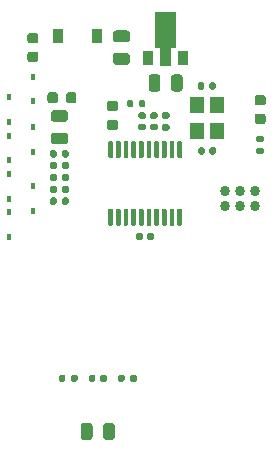
<source format=gbr>
%TF.GenerationSoftware,KiCad,Pcbnew,(5.1.7)-1*%
%TF.CreationDate,2021-09-13T22:56:48+02:00*%
%TF.ProjectId,Airspeed_SensorBoard,41697273-7065-4656-945f-53656e736f72,rev?*%
%TF.SameCoordinates,Original*%
%TF.FileFunction,Paste,Top*%
%TF.FilePolarity,Positive*%
%FSLAX46Y46*%
G04 Gerber Fmt 4.6, Leading zero omitted, Abs format (unit mm)*
G04 Created by KiCad (PCBNEW (5.1.7)-1) date 2021-09-13 22:56:48*
%MOMM*%
%LPD*%
G01*
G04 APERTURE LIST*
%ADD10C,0.863000*%
%ADD11R,1.200000X1.400000*%
%ADD12C,0.100000*%
%ADD13R,0.900000X1.300000*%
%ADD14R,0.450000X0.600000*%
%ADD15R,0.900000X1.200000*%
G04 APERTURE END LIST*
D10*
%TO.C,J2*%
X85770000Y-34865000D03*
X85770000Y-36135000D03*
X84500000Y-34865000D03*
X84500000Y-36135000D03*
X83230000Y-34865000D03*
X83230000Y-36135000D03*
%TD*%
D11*
%TO.C,Y1*%
X80900000Y-29850000D03*
X80900000Y-27650000D03*
X82600000Y-27650000D03*
X82600000Y-29850000D03*
%TD*%
%TO.C,U2*%
G36*
G01*
X79325000Y-36375000D02*
X79525000Y-36375000D01*
G75*
G02*
X79625000Y-36475000I0J-100000D01*
G01*
X79625000Y-37750000D01*
G75*
G02*
X79525000Y-37850000I-100000J0D01*
G01*
X79325000Y-37850000D01*
G75*
G02*
X79225000Y-37750000I0J100000D01*
G01*
X79225000Y-36475000D01*
G75*
G02*
X79325000Y-36375000I100000J0D01*
G01*
G37*
G36*
G01*
X78675000Y-36375000D02*
X78875000Y-36375000D01*
G75*
G02*
X78975000Y-36475000I0J-100000D01*
G01*
X78975000Y-37750000D01*
G75*
G02*
X78875000Y-37850000I-100000J0D01*
G01*
X78675000Y-37850000D01*
G75*
G02*
X78575000Y-37750000I0J100000D01*
G01*
X78575000Y-36475000D01*
G75*
G02*
X78675000Y-36375000I100000J0D01*
G01*
G37*
G36*
G01*
X78025000Y-36375000D02*
X78225000Y-36375000D01*
G75*
G02*
X78325000Y-36475000I0J-100000D01*
G01*
X78325000Y-37750000D01*
G75*
G02*
X78225000Y-37850000I-100000J0D01*
G01*
X78025000Y-37850000D01*
G75*
G02*
X77925000Y-37750000I0J100000D01*
G01*
X77925000Y-36475000D01*
G75*
G02*
X78025000Y-36375000I100000J0D01*
G01*
G37*
G36*
G01*
X77375000Y-36375000D02*
X77575000Y-36375000D01*
G75*
G02*
X77675000Y-36475000I0J-100000D01*
G01*
X77675000Y-37750000D01*
G75*
G02*
X77575000Y-37850000I-100000J0D01*
G01*
X77375000Y-37850000D01*
G75*
G02*
X77275000Y-37750000I0J100000D01*
G01*
X77275000Y-36475000D01*
G75*
G02*
X77375000Y-36375000I100000J0D01*
G01*
G37*
G36*
G01*
X76725000Y-36375000D02*
X76925000Y-36375000D01*
G75*
G02*
X77025000Y-36475000I0J-100000D01*
G01*
X77025000Y-37750000D01*
G75*
G02*
X76925000Y-37850000I-100000J0D01*
G01*
X76725000Y-37850000D01*
G75*
G02*
X76625000Y-37750000I0J100000D01*
G01*
X76625000Y-36475000D01*
G75*
G02*
X76725000Y-36375000I100000J0D01*
G01*
G37*
G36*
G01*
X76075000Y-36375000D02*
X76275000Y-36375000D01*
G75*
G02*
X76375000Y-36475000I0J-100000D01*
G01*
X76375000Y-37750000D01*
G75*
G02*
X76275000Y-37850000I-100000J0D01*
G01*
X76075000Y-37850000D01*
G75*
G02*
X75975000Y-37750000I0J100000D01*
G01*
X75975000Y-36475000D01*
G75*
G02*
X76075000Y-36375000I100000J0D01*
G01*
G37*
G36*
G01*
X75425000Y-36375000D02*
X75625000Y-36375000D01*
G75*
G02*
X75725000Y-36475000I0J-100000D01*
G01*
X75725000Y-37750000D01*
G75*
G02*
X75625000Y-37850000I-100000J0D01*
G01*
X75425000Y-37850000D01*
G75*
G02*
X75325000Y-37750000I0J100000D01*
G01*
X75325000Y-36475000D01*
G75*
G02*
X75425000Y-36375000I100000J0D01*
G01*
G37*
G36*
G01*
X74775000Y-36375000D02*
X74975000Y-36375000D01*
G75*
G02*
X75075000Y-36475000I0J-100000D01*
G01*
X75075000Y-37750000D01*
G75*
G02*
X74975000Y-37850000I-100000J0D01*
G01*
X74775000Y-37850000D01*
G75*
G02*
X74675000Y-37750000I0J100000D01*
G01*
X74675000Y-36475000D01*
G75*
G02*
X74775000Y-36375000I100000J0D01*
G01*
G37*
G36*
G01*
X74125000Y-36375000D02*
X74325000Y-36375000D01*
G75*
G02*
X74425000Y-36475000I0J-100000D01*
G01*
X74425000Y-37750000D01*
G75*
G02*
X74325000Y-37850000I-100000J0D01*
G01*
X74125000Y-37850000D01*
G75*
G02*
X74025000Y-37750000I0J100000D01*
G01*
X74025000Y-36475000D01*
G75*
G02*
X74125000Y-36375000I100000J0D01*
G01*
G37*
G36*
G01*
X73475000Y-36375000D02*
X73675000Y-36375000D01*
G75*
G02*
X73775000Y-36475000I0J-100000D01*
G01*
X73775000Y-37750000D01*
G75*
G02*
X73675000Y-37850000I-100000J0D01*
G01*
X73475000Y-37850000D01*
G75*
G02*
X73375000Y-37750000I0J100000D01*
G01*
X73375000Y-36475000D01*
G75*
G02*
X73475000Y-36375000I100000J0D01*
G01*
G37*
G36*
G01*
X73475000Y-30650000D02*
X73675000Y-30650000D01*
G75*
G02*
X73775000Y-30750000I0J-100000D01*
G01*
X73775000Y-32025000D01*
G75*
G02*
X73675000Y-32125000I-100000J0D01*
G01*
X73475000Y-32125000D01*
G75*
G02*
X73375000Y-32025000I0J100000D01*
G01*
X73375000Y-30750000D01*
G75*
G02*
X73475000Y-30650000I100000J0D01*
G01*
G37*
G36*
G01*
X74125000Y-30650000D02*
X74325000Y-30650000D01*
G75*
G02*
X74425000Y-30750000I0J-100000D01*
G01*
X74425000Y-32025000D01*
G75*
G02*
X74325000Y-32125000I-100000J0D01*
G01*
X74125000Y-32125000D01*
G75*
G02*
X74025000Y-32025000I0J100000D01*
G01*
X74025000Y-30750000D01*
G75*
G02*
X74125000Y-30650000I100000J0D01*
G01*
G37*
G36*
G01*
X74775000Y-30650000D02*
X74975000Y-30650000D01*
G75*
G02*
X75075000Y-30750000I0J-100000D01*
G01*
X75075000Y-32025000D01*
G75*
G02*
X74975000Y-32125000I-100000J0D01*
G01*
X74775000Y-32125000D01*
G75*
G02*
X74675000Y-32025000I0J100000D01*
G01*
X74675000Y-30750000D01*
G75*
G02*
X74775000Y-30650000I100000J0D01*
G01*
G37*
G36*
G01*
X75425000Y-30650000D02*
X75625000Y-30650000D01*
G75*
G02*
X75725000Y-30750000I0J-100000D01*
G01*
X75725000Y-32025000D01*
G75*
G02*
X75625000Y-32125000I-100000J0D01*
G01*
X75425000Y-32125000D01*
G75*
G02*
X75325000Y-32025000I0J100000D01*
G01*
X75325000Y-30750000D01*
G75*
G02*
X75425000Y-30650000I100000J0D01*
G01*
G37*
G36*
G01*
X76075000Y-30650000D02*
X76275000Y-30650000D01*
G75*
G02*
X76375000Y-30750000I0J-100000D01*
G01*
X76375000Y-32025000D01*
G75*
G02*
X76275000Y-32125000I-100000J0D01*
G01*
X76075000Y-32125000D01*
G75*
G02*
X75975000Y-32025000I0J100000D01*
G01*
X75975000Y-30750000D01*
G75*
G02*
X76075000Y-30650000I100000J0D01*
G01*
G37*
G36*
G01*
X76725000Y-30650000D02*
X76925000Y-30650000D01*
G75*
G02*
X77025000Y-30750000I0J-100000D01*
G01*
X77025000Y-32025000D01*
G75*
G02*
X76925000Y-32125000I-100000J0D01*
G01*
X76725000Y-32125000D01*
G75*
G02*
X76625000Y-32025000I0J100000D01*
G01*
X76625000Y-30750000D01*
G75*
G02*
X76725000Y-30650000I100000J0D01*
G01*
G37*
G36*
G01*
X77375000Y-30650000D02*
X77575000Y-30650000D01*
G75*
G02*
X77675000Y-30750000I0J-100000D01*
G01*
X77675000Y-32025000D01*
G75*
G02*
X77575000Y-32125000I-100000J0D01*
G01*
X77375000Y-32125000D01*
G75*
G02*
X77275000Y-32025000I0J100000D01*
G01*
X77275000Y-30750000D01*
G75*
G02*
X77375000Y-30650000I100000J0D01*
G01*
G37*
G36*
G01*
X78025000Y-30650000D02*
X78225000Y-30650000D01*
G75*
G02*
X78325000Y-30750000I0J-100000D01*
G01*
X78325000Y-32025000D01*
G75*
G02*
X78225000Y-32125000I-100000J0D01*
G01*
X78025000Y-32125000D01*
G75*
G02*
X77925000Y-32025000I0J100000D01*
G01*
X77925000Y-30750000D01*
G75*
G02*
X78025000Y-30650000I100000J0D01*
G01*
G37*
G36*
G01*
X78675000Y-30650000D02*
X78875000Y-30650000D01*
G75*
G02*
X78975000Y-30750000I0J-100000D01*
G01*
X78975000Y-32025000D01*
G75*
G02*
X78875000Y-32125000I-100000J0D01*
G01*
X78675000Y-32125000D01*
G75*
G02*
X78575000Y-32025000I0J100000D01*
G01*
X78575000Y-30750000D01*
G75*
G02*
X78675000Y-30650000I100000J0D01*
G01*
G37*
G36*
G01*
X79325000Y-30650000D02*
X79525000Y-30650000D01*
G75*
G02*
X79625000Y-30750000I0J-100000D01*
G01*
X79625000Y-32025000D01*
G75*
G02*
X79525000Y-32125000I-100000J0D01*
G01*
X79325000Y-32125000D01*
G75*
G02*
X79225000Y-32025000I0J100000D01*
G01*
X79225000Y-30750000D01*
G75*
G02*
X79325000Y-30650000I100000J0D01*
G01*
G37*
%TD*%
D12*
%TO.C,U1*%
G36*
X79116500Y-19700000D02*
G01*
X79116500Y-22825000D01*
X78700000Y-22825000D01*
X78700000Y-24300000D01*
X77800000Y-24300000D01*
X77800000Y-22825000D01*
X77383500Y-22825000D01*
X77383500Y-19700000D01*
X79116500Y-19700000D01*
G37*
D13*
X79750000Y-23650000D03*
X76750000Y-23650000D03*
%TD*%
%TO.C,R10*%
G36*
G01*
X69010000Y-35565000D02*
X69010000Y-35935000D01*
G75*
G02*
X68875000Y-36070000I-135000J0D01*
G01*
X68605000Y-36070000D01*
G75*
G02*
X68470000Y-35935000I0J135000D01*
G01*
X68470000Y-35565000D01*
G75*
G02*
X68605000Y-35430000I135000J0D01*
G01*
X68875000Y-35430000D01*
G75*
G02*
X69010000Y-35565000I0J-135000D01*
G01*
G37*
G36*
G01*
X70030000Y-35565000D02*
X70030000Y-35935000D01*
G75*
G02*
X69895000Y-36070000I-135000J0D01*
G01*
X69625000Y-36070000D01*
G75*
G02*
X69490000Y-35935000I0J135000D01*
G01*
X69490000Y-35565000D01*
G75*
G02*
X69625000Y-35430000I135000J0D01*
G01*
X69895000Y-35430000D01*
G75*
G02*
X70030000Y-35565000I0J-135000D01*
G01*
G37*
%TD*%
%TO.C,R9*%
G36*
G01*
X69010000Y-34565000D02*
X69010000Y-34935000D01*
G75*
G02*
X68875000Y-35070000I-135000J0D01*
G01*
X68605000Y-35070000D01*
G75*
G02*
X68470000Y-34935000I0J135000D01*
G01*
X68470000Y-34565000D01*
G75*
G02*
X68605000Y-34430000I135000J0D01*
G01*
X68875000Y-34430000D01*
G75*
G02*
X69010000Y-34565000I0J-135000D01*
G01*
G37*
G36*
G01*
X70030000Y-34565000D02*
X70030000Y-34935000D01*
G75*
G02*
X69895000Y-35070000I-135000J0D01*
G01*
X69625000Y-35070000D01*
G75*
G02*
X69490000Y-34935000I0J135000D01*
G01*
X69490000Y-34565000D01*
G75*
G02*
X69625000Y-34430000I135000J0D01*
G01*
X69895000Y-34430000D01*
G75*
G02*
X70030000Y-34565000I0J-135000D01*
G01*
G37*
%TD*%
%TO.C,R8*%
G36*
G01*
X69010000Y-33565000D02*
X69010000Y-33935000D01*
G75*
G02*
X68875000Y-34070000I-135000J0D01*
G01*
X68605000Y-34070000D01*
G75*
G02*
X68470000Y-33935000I0J135000D01*
G01*
X68470000Y-33565000D01*
G75*
G02*
X68605000Y-33430000I135000J0D01*
G01*
X68875000Y-33430000D01*
G75*
G02*
X69010000Y-33565000I0J-135000D01*
G01*
G37*
G36*
G01*
X70030000Y-33565000D02*
X70030000Y-33935000D01*
G75*
G02*
X69895000Y-34070000I-135000J0D01*
G01*
X69625000Y-34070000D01*
G75*
G02*
X69490000Y-33935000I0J135000D01*
G01*
X69490000Y-33565000D01*
G75*
G02*
X69625000Y-33430000I135000J0D01*
G01*
X69895000Y-33430000D01*
G75*
G02*
X70030000Y-33565000I0J-135000D01*
G01*
G37*
%TD*%
%TO.C,R7*%
G36*
G01*
X69010000Y-32565000D02*
X69010000Y-32935000D01*
G75*
G02*
X68875000Y-33070000I-135000J0D01*
G01*
X68605000Y-33070000D01*
G75*
G02*
X68470000Y-32935000I0J135000D01*
G01*
X68470000Y-32565000D01*
G75*
G02*
X68605000Y-32430000I135000J0D01*
G01*
X68875000Y-32430000D01*
G75*
G02*
X69010000Y-32565000I0J-135000D01*
G01*
G37*
G36*
G01*
X70030000Y-32565000D02*
X70030000Y-32935000D01*
G75*
G02*
X69895000Y-33070000I-135000J0D01*
G01*
X69625000Y-33070000D01*
G75*
G02*
X69490000Y-32935000I0J135000D01*
G01*
X69490000Y-32565000D01*
G75*
G02*
X69625000Y-32430000I135000J0D01*
G01*
X69895000Y-32430000D01*
G75*
G02*
X70030000Y-32565000I0J-135000D01*
G01*
G37*
%TD*%
%TO.C,R6*%
G36*
G01*
X69010000Y-31565000D02*
X69010000Y-31935000D01*
G75*
G02*
X68875000Y-32070000I-135000J0D01*
G01*
X68605000Y-32070000D01*
G75*
G02*
X68470000Y-31935000I0J135000D01*
G01*
X68470000Y-31565000D01*
G75*
G02*
X68605000Y-31430000I135000J0D01*
G01*
X68875000Y-31430000D01*
G75*
G02*
X69010000Y-31565000I0J-135000D01*
G01*
G37*
G36*
G01*
X70030000Y-31565000D02*
X70030000Y-31935000D01*
G75*
G02*
X69895000Y-32070000I-135000J0D01*
G01*
X69625000Y-32070000D01*
G75*
G02*
X69490000Y-31935000I0J135000D01*
G01*
X69490000Y-31565000D01*
G75*
G02*
X69625000Y-31430000I135000J0D01*
G01*
X69895000Y-31430000D01*
G75*
G02*
X70030000Y-31565000I0J-135000D01*
G01*
G37*
%TD*%
%TO.C,R5*%
G36*
G01*
X75240000Y-50935000D02*
X75240000Y-50565000D01*
G75*
G02*
X75375000Y-50430000I135000J0D01*
G01*
X75645000Y-50430000D01*
G75*
G02*
X75780000Y-50565000I0J-135000D01*
G01*
X75780000Y-50935000D01*
G75*
G02*
X75645000Y-51070000I-135000J0D01*
G01*
X75375000Y-51070000D01*
G75*
G02*
X75240000Y-50935000I0J135000D01*
G01*
G37*
G36*
G01*
X74220000Y-50935000D02*
X74220000Y-50565000D01*
G75*
G02*
X74355000Y-50430000I135000J0D01*
G01*
X74625000Y-50430000D01*
G75*
G02*
X74760000Y-50565000I0J-135000D01*
G01*
X74760000Y-50935000D01*
G75*
G02*
X74625000Y-51070000I-135000J0D01*
G01*
X74355000Y-51070000D01*
G75*
G02*
X74220000Y-50935000I0J135000D01*
G01*
G37*
%TD*%
%TO.C,R4*%
G36*
G01*
X69760000Y-50565000D02*
X69760000Y-50935000D01*
G75*
G02*
X69625000Y-51070000I-135000J0D01*
G01*
X69355000Y-51070000D01*
G75*
G02*
X69220000Y-50935000I0J135000D01*
G01*
X69220000Y-50565000D01*
G75*
G02*
X69355000Y-50430000I135000J0D01*
G01*
X69625000Y-50430000D01*
G75*
G02*
X69760000Y-50565000I0J-135000D01*
G01*
G37*
G36*
G01*
X70780000Y-50565000D02*
X70780000Y-50935000D01*
G75*
G02*
X70645000Y-51070000I-135000J0D01*
G01*
X70375000Y-51070000D01*
G75*
G02*
X70240000Y-50935000I0J135000D01*
G01*
X70240000Y-50565000D01*
G75*
G02*
X70375000Y-50430000I135000J0D01*
G01*
X70645000Y-50430000D01*
G75*
G02*
X70780000Y-50565000I0J-135000D01*
G01*
G37*
%TD*%
%TO.C,R3*%
G36*
G01*
X78435000Y-28760000D02*
X78065000Y-28760000D01*
G75*
G02*
X77930000Y-28625000I0J135000D01*
G01*
X77930000Y-28355000D01*
G75*
G02*
X78065000Y-28220000I135000J0D01*
G01*
X78435000Y-28220000D01*
G75*
G02*
X78570000Y-28355000I0J-135000D01*
G01*
X78570000Y-28625000D01*
G75*
G02*
X78435000Y-28760000I-135000J0D01*
G01*
G37*
G36*
G01*
X78435000Y-29780000D02*
X78065000Y-29780000D01*
G75*
G02*
X77930000Y-29645000I0J135000D01*
G01*
X77930000Y-29375000D01*
G75*
G02*
X78065000Y-29240000I135000J0D01*
G01*
X78435000Y-29240000D01*
G75*
G02*
X78570000Y-29375000I0J-135000D01*
G01*
X78570000Y-29645000D01*
G75*
G02*
X78435000Y-29780000I-135000J0D01*
G01*
G37*
%TD*%
%TO.C,R2*%
G36*
G01*
X75510000Y-27315000D02*
X75510000Y-27685000D01*
G75*
G02*
X75375000Y-27820000I-135000J0D01*
G01*
X75105000Y-27820000D01*
G75*
G02*
X74970000Y-27685000I0J135000D01*
G01*
X74970000Y-27315000D01*
G75*
G02*
X75105000Y-27180000I135000J0D01*
G01*
X75375000Y-27180000D01*
G75*
G02*
X75510000Y-27315000I0J-135000D01*
G01*
G37*
G36*
G01*
X76530000Y-27315000D02*
X76530000Y-27685000D01*
G75*
G02*
X76395000Y-27820000I-135000J0D01*
G01*
X76125000Y-27820000D01*
G75*
G02*
X75990000Y-27685000I0J135000D01*
G01*
X75990000Y-27315000D01*
G75*
G02*
X76125000Y-27180000I135000J0D01*
G01*
X76395000Y-27180000D01*
G75*
G02*
X76530000Y-27315000I0J-135000D01*
G01*
G37*
%TD*%
%TO.C,R1*%
G36*
G01*
X86065000Y-31240000D02*
X86435000Y-31240000D01*
G75*
G02*
X86570000Y-31375000I0J-135000D01*
G01*
X86570000Y-31645000D01*
G75*
G02*
X86435000Y-31780000I-135000J0D01*
G01*
X86065000Y-31780000D01*
G75*
G02*
X85930000Y-31645000I0J135000D01*
G01*
X85930000Y-31375000D01*
G75*
G02*
X86065000Y-31240000I135000J0D01*
G01*
G37*
G36*
G01*
X86065000Y-30220000D02*
X86435000Y-30220000D01*
G75*
G02*
X86570000Y-30355000I0J-135000D01*
G01*
X86570000Y-30625000D01*
G75*
G02*
X86435000Y-30760000I-135000J0D01*
G01*
X86065000Y-30760000D01*
G75*
G02*
X85930000Y-30625000I0J135000D01*
G01*
X85930000Y-30355000D01*
G75*
G02*
X86065000Y-30220000I135000J0D01*
G01*
G37*
%TD*%
%TO.C,FB2*%
G36*
G01*
X69112500Y-26743750D02*
X69112500Y-27256250D01*
G75*
G02*
X68893750Y-27475000I-218750J0D01*
G01*
X68456250Y-27475000D01*
G75*
G02*
X68237500Y-27256250I0J218750D01*
G01*
X68237500Y-26743750D01*
G75*
G02*
X68456250Y-26525000I218750J0D01*
G01*
X68893750Y-26525000D01*
G75*
G02*
X69112500Y-26743750I0J-218750D01*
G01*
G37*
G36*
G01*
X70687500Y-26743750D02*
X70687500Y-27256250D01*
G75*
G02*
X70468750Y-27475000I-218750J0D01*
G01*
X70031250Y-27475000D01*
G75*
G02*
X69812500Y-27256250I0J218750D01*
G01*
X69812500Y-26743750D01*
G75*
G02*
X70031250Y-26525000I218750J0D01*
G01*
X70468750Y-26525000D01*
G75*
G02*
X70687500Y-26743750I0J-218750D01*
G01*
G37*
%TD*%
%TO.C,FB1*%
G36*
G01*
X66743750Y-23100000D02*
X67256250Y-23100000D01*
G75*
G02*
X67475000Y-23318750I0J-218750D01*
G01*
X67475000Y-23756250D01*
G75*
G02*
X67256250Y-23975000I-218750J0D01*
G01*
X66743750Y-23975000D01*
G75*
G02*
X66525000Y-23756250I0J218750D01*
G01*
X66525000Y-23318750D01*
G75*
G02*
X66743750Y-23100000I218750J0D01*
G01*
G37*
G36*
G01*
X66743750Y-21525000D02*
X67256250Y-21525000D01*
G75*
G02*
X67475000Y-21743750I0J-218750D01*
G01*
X67475000Y-22181250D01*
G75*
G02*
X67256250Y-22400000I-218750J0D01*
G01*
X66743750Y-22400000D01*
G75*
G02*
X66525000Y-22181250I0J218750D01*
G01*
X66525000Y-21743750D01*
G75*
G02*
X66743750Y-21525000I218750J0D01*
G01*
G37*
%TD*%
D14*
%TO.C,D10*%
X65000000Y-38800000D03*
X65000000Y-36700000D03*
%TD*%
%TO.C,D9*%
X67000000Y-36550000D03*
X67000000Y-34450000D03*
%TD*%
%TO.C,D8*%
X65000000Y-35550000D03*
X65000000Y-33450000D03*
%TD*%
%TO.C,D7*%
X65000000Y-30200000D03*
X65000000Y-32300000D03*
%TD*%
%TO.C,D6*%
X67000000Y-29450000D03*
X67000000Y-31550000D03*
%TD*%
%TO.C,D5*%
X65000000Y-26950000D03*
X65000000Y-29050000D03*
%TD*%
%TO.C,D4*%
X67000000Y-27300000D03*
X67000000Y-25200000D03*
%TD*%
%TO.C,D3*%
G36*
G01*
X73493750Y-28850000D02*
X74006250Y-28850000D01*
G75*
G02*
X74225000Y-29068750I0J-218750D01*
G01*
X74225000Y-29506250D01*
G75*
G02*
X74006250Y-29725000I-218750J0D01*
G01*
X73493750Y-29725000D01*
G75*
G02*
X73275000Y-29506250I0J218750D01*
G01*
X73275000Y-29068750D01*
G75*
G02*
X73493750Y-28850000I218750J0D01*
G01*
G37*
G36*
G01*
X73493750Y-27275000D02*
X74006250Y-27275000D01*
G75*
G02*
X74225000Y-27493750I0J-218750D01*
G01*
X74225000Y-27931250D01*
G75*
G02*
X74006250Y-28150000I-218750J0D01*
G01*
X73493750Y-28150000D01*
G75*
G02*
X73275000Y-27931250I0J218750D01*
G01*
X73275000Y-27493750D01*
G75*
G02*
X73493750Y-27275000I218750J0D01*
G01*
G37*
%TD*%
%TO.C,D2*%
G36*
G01*
X86506250Y-27650000D02*
X85993750Y-27650000D01*
G75*
G02*
X85775000Y-27431250I0J218750D01*
G01*
X85775000Y-26993750D01*
G75*
G02*
X85993750Y-26775000I218750J0D01*
G01*
X86506250Y-26775000D01*
G75*
G02*
X86725000Y-26993750I0J-218750D01*
G01*
X86725000Y-27431250D01*
G75*
G02*
X86506250Y-27650000I-218750J0D01*
G01*
G37*
G36*
G01*
X86506250Y-29225000D02*
X85993750Y-29225000D01*
G75*
G02*
X85775000Y-29006250I0J218750D01*
G01*
X85775000Y-28568750D01*
G75*
G02*
X85993750Y-28350000I218750J0D01*
G01*
X86506250Y-28350000D01*
G75*
G02*
X86725000Y-28568750I0J-218750D01*
G01*
X86725000Y-29006250D01*
G75*
G02*
X86506250Y-29225000I-218750J0D01*
G01*
G37*
%TD*%
D15*
%TO.C,D1*%
X69100000Y-21750000D03*
X72400000Y-21750000D03*
%TD*%
%TO.C,C10*%
G36*
G01*
X68775000Y-29950000D02*
X69725000Y-29950000D01*
G75*
G02*
X69975000Y-30200000I0J-250000D01*
G01*
X69975000Y-30700000D01*
G75*
G02*
X69725000Y-30950000I-250000J0D01*
G01*
X68775000Y-30950000D01*
G75*
G02*
X68525000Y-30700000I0J250000D01*
G01*
X68525000Y-30200000D01*
G75*
G02*
X68775000Y-29950000I250000J0D01*
G01*
G37*
G36*
G01*
X68775000Y-28050000D02*
X69725000Y-28050000D01*
G75*
G02*
X69975000Y-28300000I0J-250000D01*
G01*
X69975000Y-28800000D01*
G75*
G02*
X69725000Y-29050000I-250000J0D01*
G01*
X68775000Y-29050000D01*
G75*
G02*
X68525000Y-28800000I0J250000D01*
G01*
X68525000Y-28300000D01*
G75*
G02*
X68775000Y-28050000I250000J0D01*
G01*
G37*
%TD*%
%TO.C,C9*%
G36*
G01*
X72950000Y-55725000D02*
X72950000Y-54775000D01*
G75*
G02*
X73200000Y-54525000I250000J0D01*
G01*
X73700000Y-54525000D01*
G75*
G02*
X73950000Y-54775000I0J-250000D01*
G01*
X73950000Y-55725000D01*
G75*
G02*
X73700000Y-55975000I-250000J0D01*
G01*
X73200000Y-55975000D01*
G75*
G02*
X72950000Y-55725000I0J250000D01*
G01*
G37*
G36*
G01*
X71050000Y-55725000D02*
X71050000Y-54775000D01*
G75*
G02*
X71300000Y-54525000I250000J0D01*
G01*
X71800000Y-54525000D01*
G75*
G02*
X72050000Y-54775000I0J-250000D01*
G01*
X72050000Y-55725000D01*
G75*
G02*
X71800000Y-55975000I-250000J0D01*
G01*
X71300000Y-55975000D01*
G75*
G02*
X71050000Y-55725000I0J250000D01*
G01*
G37*
%TD*%
%TO.C,C8*%
G36*
G01*
X72700000Y-50920000D02*
X72700000Y-50580000D01*
G75*
G02*
X72840000Y-50440000I140000J0D01*
G01*
X73120000Y-50440000D01*
G75*
G02*
X73260000Y-50580000I0J-140000D01*
G01*
X73260000Y-50920000D01*
G75*
G02*
X73120000Y-51060000I-140000J0D01*
G01*
X72840000Y-51060000D01*
G75*
G02*
X72700000Y-50920000I0J140000D01*
G01*
G37*
G36*
G01*
X71740000Y-50920000D02*
X71740000Y-50580000D01*
G75*
G02*
X71880000Y-50440000I140000J0D01*
G01*
X72160000Y-50440000D01*
G75*
G02*
X72300000Y-50580000I0J-140000D01*
G01*
X72300000Y-50920000D01*
G75*
G02*
X72160000Y-51060000I-140000J0D01*
G01*
X71880000Y-51060000D01*
G75*
G02*
X71740000Y-50920000I0J140000D01*
G01*
G37*
%TD*%
%TO.C,C7*%
G36*
G01*
X81930000Y-26170000D02*
X81930000Y-25830000D01*
G75*
G02*
X82070000Y-25690000I140000J0D01*
G01*
X82350000Y-25690000D01*
G75*
G02*
X82490000Y-25830000I0J-140000D01*
G01*
X82490000Y-26170000D01*
G75*
G02*
X82350000Y-26310000I-140000J0D01*
G01*
X82070000Y-26310000D01*
G75*
G02*
X81930000Y-26170000I0J140000D01*
G01*
G37*
G36*
G01*
X80970000Y-26170000D02*
X80970000Y-25830000D01*
G75*
G02*
X81110000Y-25690000I140000J0D01*
G01*
X81390000Y-25690000D01*
G75*
G02*
X81530000Y-25830000I0J-140000D01*
G01*
X81530000Y-26170000D01*
G75*
G02*
X81390000Y-26310000I-140000J0D01*
G01*
X81110000Y-26310000D01*
G75*
G02*
X80970000Y-26170000I0J140000D01*
G01*
G37*
%TD*%
%TO.C,C6*%
G36*
G01*
X81550000Y-31330000D02*
X81550000Y-31670000D01*
G75*
G02*
X81410000Y-31810000I-140000J0D01*
G01*
X81130000Y-31810000D01*
G75*
G02*
X80990000Y-31670000I0J140000D01*
G01*
X80990000Y-31330000D01*
G75*
G02*
X81130000Y-31190000I140000J0D01*
G01*
X81410000Y-31190000D01*
G75*
G02*
X81550000Y-31330000I0J-140000D01*
G01*
G37*
G36*
G01*
X82510000Y-31330000D02*
X82510000Y-31670000D01*
G75*
G02*
X82370000Y-31810000I-140000J0D01*
G01*
X82090000Y-31810000D01*
G75*
G02*
X81950000Y-31670000I0J140000D01*
G01*
X81950000Y-31330000D01*
G75*
G02*
X82090000Y-31190000I140000J0D01*
G01*
X82370000Y-31190000D01*
G75*
G02*
X82510000Y-31330000I0J-140000D01*
G01*
G37*
%TD*%
%TO.C,C5*%
G36*
G01*
X77420000Y-28800000D02*
X77080000Y-28800000D01*
G75*
G02*
X76940000Y-28660000I0J140000D01*
G01*
X76940000Y-28380000D01*
G75*
G02*
X77080000Y-28240000I140000J0D01*
G01*
X77420000Y-28240000D01*
G75*
G02*
X77560000Y-28380000I0J-140000D01*
G01*
X77560000Y-28660000D01*
G75*
G02*
X77420000Y-28800000I-140000J0D01*
G01*
G37*
G36*
G01*
X77420000Y-29760000D02*
X77080000Y-29760000D01*
G75*
G02*
X76940000Y-29620000I0J140000D01*
G01*
X76940000Y-29340000D01*
G75*
G02*
X77080000Y-29200000I140000J0D01*
G01*
X77420000Y-29200000D01*
G75*
G02*
X77560000Y-29340000I0J-140000D01*
G01*
X77560000Y-29620000D01*
G75*
G02*
X77420000Y-29760000I-140000J0D01*
G01*
G37*
%TD*%
%TO.C,C4*%
G36*
G01*
X76420000Y-28800000D02*
X76080000Y-28800000D01*
G75*
G02*
X75940000Y-28660000I0J140000D01*
G01*
X75940000Y-28380000D01*
G75*
G02*
X76080000Y-28240000I140000J0D01*
G01*
X76420000Y-28240000D01*
G75*
G02*
X76560000Y-28380000I0J-140000D01*
G01*
X76560000Y-28660000D01*
G75*
G02*
X76420000Y-28800000I-140000J0D01*
G01*
G37*
G36*
G01*
X76420000Y-29760000D02*
X76080000Y-29760000D01*
G75*
G02*
X75940000Y-29620000I0J140000D01*
G01*
X75940000Y-29340000D01*
G75*
G02*
X76080000Y-29200000I140000J0D01*
G01*
X76420000Y-29200000D01*
G75*
G02*
X76560000Y-29340000I0J-140000D01*
G01*
X76560000Y-29620000D01*
G75*
G02*
X76420000Y-29760000I-140000J0D01*
G01*
G37*
%TD*%
%TO.C,C3*%
G36*
G01*
X76300000Y-38580000D02*
X76300000Y-38920000D01*
G75*
G02*
X76160000Y-39060000I-140000J0D01*
G01*
X75880000Y-39060000D01*
G75*
G02*
X75740000Y-38920000I0J140000D01*
G01*
X75740000Y-38580000D01*
G75*
G02*
X75880000Y-38440000I140000J0D01*
G01*
X76160000Y-38440000D01*
G75*
G02*
X76300000Y-38580000I0J-140000D01*
G01*
G37*
G36*
G01*
X77260000Y-38580000D02*
X77260000Y-38920000D01*
G75*
G02*
X77120000Y-39060000I-140000J0D01*
G01*
X76840000Y-39060000D01*
G75*
G02*
X76700000Y-38920000I0J140000D01*
G01*
X76700000Y-38580000D01*
G75*
G02*
X76840000Y-38440000I140000J0D01*
G01*
X77120000Y-38440000D01*
G75*
G02*
X77260000Y-38580000I0J-140000D01*
G01*
G37*
%TD*%
%TO.C,C2*%
G36*
G01*
X77800000Y-25275000D02*
X77800000Y-26225000D01*
G75*
G02*
X77550000Y-26475000I-250000J0D01*
G01*
X77050000Y-26475000D01*
G75*
G02*
X76800000Y-26225000I0J250000D01*
G01*
X76800000Y-25275000D01*
G75*
G02*
X77050000Y-25025000I250000J0D01*
G01*
X77550000Y-25025000D01*
G75*
G02*
X77800000Y-25275000I0J-250000D01*
G01*
G37*
G36*
G01*
X79700000Y-25275000D02*
X79700000Y-26225000D01*
G75*
G02*
X79450000Y-26475000I-250000J0D01*
G01*
X78950000Y-26475000D01*
G75*
G02*
X78700000Y-26225000I0J250000D01*
G01*
X78700000Y-25275000D01*
G75*
G02*
X78950000Y-25025000I250000J0D01*
G01*
X79450000Y-25025000D01*
G75*
G02*
X79700000Y-25275000I0J-250000D01*
G01*
G37*
%TD*%
%TO.C,C1*%
G36*
G01*
X74025000Y-23200000D02*
X74975000Y-23200000D01*
G75*
G02*
X75225000Y-23450000I0J-250000D01*
G01*
X75225000Y-23950000D01*
G75*
G02*
X74975000Y-24200000I-250000J0D01*
G01*
X74025000Y-24200000D01*
G75*
G02*
X73775000Y-23950000I0J250000D01*
G01*
X73775000Y-23450000D01*
G75*
G02*
X74025000Y-23200000I250000J0D01*
G01*
G37*
G36*
G01*
X74025000Y-21300000D02*
X74975000Y-21300000D01*
G75*
G02*
X75225000Y-21550000I0J-250000D01*
G01*
X75225000Y-22050000D01*
G75*
G02*
X74975000Y-22300000I-250000J0D01*
G01*
X74025000Y-22300000D01*
G75*
G02*
X73775000Y-22050000I0J250000D01*
G01*
X73775000Y-21550000D01*
G75*
G02*
X74025000Y-21300000I250000J0D01*
G01*
G37*
%TD*%
M02*

</source>
